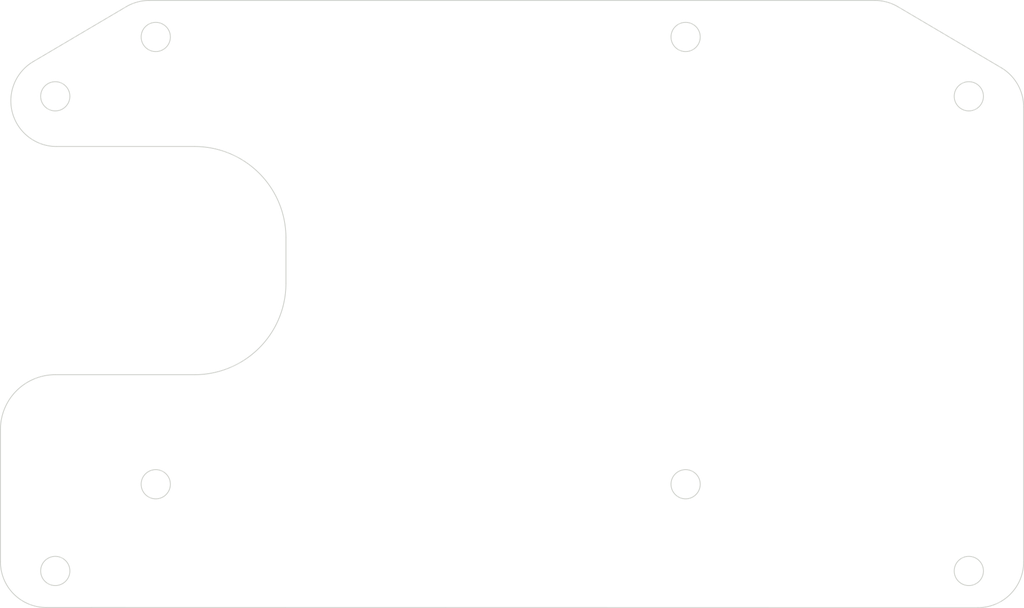
<source format=kicad_pcb>
(kicad_pcb
	(version 20240108)
	(generator "pcbnew")
	(generator_version "8.0")
	(general
		(thickness 1.6)
		(legacy_teardrops no)
	)
	(paper "A3")
	(layers
		(0 "F.Cu" signal)
		(31 "B.Cu" signal)
		(32 "B.Adhes" user "B.Adhesive")
		(33 "F.Adhes" user "F.Adhesive")
		(34 "B.Paste" user)
		(35 "F.Paste" user)
		(36 "B.SilkS" user "B.Silkscreen")
		(37 "F.SilkS" user "F.Silkscreen")
		(38 "B.Mask" user)
		(39 "F.Mask" user)
		(40 "Dwgs.User" user "User.Drawings")
		(41 "Cmts.User" user "User.Comments")
		(42 "Eco1.User" user "User.Eco1")
		(43 "Eco2.User" user "User.Eco2")
		(44 "Edge.Cuts" user)
		(45 "Margin" user)
		(46 "B.CrtYd" user "B.Courtyard")
		(47 "F.CrtYd" user "F.Courtyard")
		(48 "B.Fab" user)
		(49 "F.Fab" user)
		(50 "User.1" user)
		(51 "User.2" user)
		(52 "User.3" user)
		(53 "User.4" user)
		(54 "User.5" user)
		(55 "User.6" user)
		(56 "User.7" user)
		(57 "User.8" user)
		(58 "User.9" user)
	)
	(setup
		(stackup
			(layer "F.SilkS"
				(type "Top Silk Screen")
			)
			(layer "F.Paste"
				(type "Top Solder Paste")
			)
			(layer "F.Mask"
				(type "Top Solder Mask")
				(thickness 0.01)
			)
			(layer "F.Cu"
				(type "copper")
				(thickness 0.035)
			)
			(layer "dielectric 1"
				(type "core")
				(thickness 1.51)
				(material "FR4")
				(epsilon_r 4.5)
				(loss_tangent 0.02)
			)
			(layer "B.Cu"
				(type "copper")
				(thickness 0.035)
			)
			(layer "B.Mask"
				(type "Bottom Solder Mask")
				(thickness 0.01)
			)
			(layer "B.Paste"
				(type "Bottom Solder Paste")
			)
			(layer "B.SilkS"
				(type "Bottom Silk Screen")
			)
			(copper_finish "None")
			(dielectric_constraints no)
		)
		(pad_to_mask_clearance 0)
		(allow_soldermask_bridges_in_footprints no)
		(aux_axis_origin 150 150)
		(pcbplotparams
			(layerselection 0x00010fc_ffffffff)
			(plot_on_all_layers_selection 0x0000000_00000000)
			(disableapertmacros no)
			(usegerberextensions no)
			(usegerberattributes yes)
			(usegerberadvancedattributes yes)
			(creategerberjobfile yes)
			(dashed_line_dash_ratio 12.000000)
			(dashed_line_gap_ratio 3.000000)
			(svgprecision 6)
			(plotframeref no)
			(viasonmask no)
			(mode 1)
			(useauxorigin no)
			(hpglpennumber 1)
			(hpglpenspeed 20)
			(hpglpendiameter 15.000000)
			(pdf_front_fp_property_popups yes)
			(pdf_back_fp_property_popups yes)
			(dxfpolygonmode yes)
			(dxfimperialunits yes)
			(dxfusepcbnewfont yes)
			(psnegative no)
			(psa4output no)
			(plotreference yes)
			(plotvalue yes)
			(plotfptext yes)
			(plotinvisibletext no)
			(sketchpadsonfab no)
			(subtractmaskfromsilk no)
			(outputformat 1)
			(mirror no)
			(drillshape 0)
			(scaleselection 1)
			(outputdirectory "MFR/")
		)
	)
	(net 0 "")
	(gr_arc
		(start 106.24693 121.695317)
		(mid 107.472047 121.176961)
		(end 108.790489 121)
		(stroke
			(width 0.1)
			(type default)
		)
		(layer "Edge.Cuts")
		(uuid "0f3a8e4c-dcf1-437f-9797-10078d3692f0")
	)
	(gr_circle
		(center 109.5 125)
		(end 111.1 125)
		(stroke
			(width 0.1)
			(type default)
		)
		(fill none)
		(layer "Edge.Cuts")
		(uuid "2514a15a-6aaa-4e03-9c41-5add62fd75a2")
	)
	(gr_circle
		(center 198.500006 183.500001)
		(end 200.100006 183.500001)
		(stroke
			(width 0.1)
			(type default)
		)
		(fill none)
		(layer "Edge.Cuts")
		(uuid "258b634d-6fe0-4fe3-baef-f2052202d8a0")
	)
	(gr_circle
		(center 109.5 174)
		(end 111.1 174)
		(stroke
			(width 0.1)
			(type default)
		)
		(fill none)
		(layer "Edge.Cuts")
		(uuid "2bd27e89-266b-4018-96f2-3aeb1f371d8c")
	)
	(gr_arc
		(start 92.499762 168.000116)
		(mid 94.257122 163.757473)
		(end 98.499765 162.000113)
		(stroke
			(width 0.1)
			(type default)
		)
		(layer "Edge.Cuts")
		(uuid "2c3947bc-3a89-4a31-a13e-9596ba362588")
	)
	(gr_line
		(start 92.499762 168.000116)
		(end 92.499762 182.499997)
		(stroke
			(width 0.1)
			(type default)
		)
		(layer "Edge.Cuts")
		(uuid "32f51249-61f9-4438-aeac-7d9c9dcc5fe2")
	)
	(gr_arc
		(start 97.499763 187.499996)
		(mid 93.964229 186.035531)
		(end 92.499762 182.499997)
		(stroke
			(width 0.1)
			(type default)
		)
		(layer "Edge.Cuts")
		(uuid "33cf44ca-d022-4d5a-a72f-d2c75c1cc0c9")
	)
	(gr_line
		(start 202.043377 128.368016)
		(end 190.751344 121.69538)
		(stroke
			(width 0.1)
			(type default)
		)
		(layer "Edge.Cuts")
		(uuid "33e689b2-0e2e-4a48-b539-f3d095428c14")
	)
	(gr_circle
		(center 98.499513 183.499996)
		(end 100.099513 183.499996)
		(stroke
			(width 0.1)
			(type default)
		)
		(fill none)
		(layer "Edge.Cuts")
		(uuid "36c09e97-c8a8-4230-954b-4c6505f611ed")
	)
	(gr_arc
		(start 113.749878 137.000113)
		(mid 120.820948 139.929046)
		(end 123.749881 147.000116)
		(stroke
			(width 0.1)
			(type default)
		)
		(layer "Edge.Cuts")
		(uuid "47949f06-1efd-43e5-b644-be8025cd60e6")
	)
	(gr_line
		(start 204.499762 182.520116)
		(end 204.499762 132.650336)
		(stroke
			(width 0.1)
			(type default)
		)
		(layer "Edge.Cuts")
		(uuid "54095208-ce4c-4c28-9dc0-6b4a993d5505")
	)
	(gr_line
		(start 188.207716 121)
		(end 108.790489 121)
		(stroke
			(width 0.1)
			(type default)
		)
		(layer "Edge.Cuts")
		(uuid "6e19b41b-22e5-4a6e-833d-47a4a45ec562")
	)
	(gr_line
		(start 98.635999 137.000113)
		(end 113.749878 137.000113)
		(stroke
			(width 0.1)
			(type default)
		)
		(layer "Edge.Cuts")
		(uuid "743ccb70-7e36-4b88-b5af-9141bf200f2d")
	)
	(gr_line
		(start 113.749882 162.000113)
		(end 98.499765 162.000113)
		(stroke
			(width 0.1)
			(type default)
		)
		(layer "Edge.Cuts")
		(uuid "76448607-8088-4e69-adbf-54eae37c3819")
	)
	(gr_circle
		(center 198.500006 131.5)
		(end 200.100006 131.5)
		(stroke
			(width 0.1)
			(type default)
		)
		(fill none)
		(layer "Edge.Cuts")
		(uuid "790d71d7-6b7f-46e8-8e9b-d4a3fd658af5")
	)
	(gr_circle
		(center 167.5 174)
		(end 169.1 174)
		(stroke
			(width 0.1)
			(type default)
		)
		(fill none)
		(layer "Edge.Cuts")
		(uuid "9af07dcf-e535-472d-8b9e-7b802fef4fc0")
	)
	(gr_line
		(start 106.24693 121.695317)
		(end 96.092437 127.695431)
		(stroke
			(width 0.1)
			(type default)
		)
		(layer "Edge.Cuts")
		(uuid "9d1ccdd1-077d-4f8b-939a-177e07cc446e")
	)
	(gr_line
		(start 102.499513 187.499996)
		(end 199.498729 187.520114)
		(stroke
			(width 0.1)
			(type default)
		)
		(layer "Edge.Cuts")
		(uuid "9e6c13f3-24ac-4b9f-8d07-63ffd83777a7")
	)
	(gr_arc
		(start 202.043377 128.368016)
		(mid 203.836914 130.184886)
		(end 204.499762 132.650336)
		(stroke
			(width 0.1)
			(type default)
		)
		(layer "Edge.Cuts")
		(uuid "a8746b44-e52a-49f3-9fa7-3b001ec76316")
	)
	(gr_arc
		(start 98.635999 137.000113)
		(mid 93.81296 133.318557)
		(end 96.092437 127.695431)
		(stroke
			(width 0.1)
			(type default)
		)
		(layer "Edge.Cuts")
		(uuid "af280e80-bcaa-4cba-a08f-960a26d5f118")
	)
	(gr_circle
		(center 167.5 125)
		(end 169.1 125)
		(stroke
			(width 0.1)
			(type default)
		)
		(fill none)
		(layer "Edge.Cuts")
		(uuid "b74f6659-0cfc-49a0-b713-d2ce60b5095c")
	)
	(gr_circle
		(center 98.499517 131.499995)
		(end 100.099517 131.499995)
		(stroke
			(width 0.1)
			(type default)
		)
		(fill none)
		(layer "Edge.Cuts")
		(uuid "b9e25c6a-fee5-426c-a10f-943b5cff19a9")
	)
	(gr_line
		(start 123.749881 147.000116)
		(end 123.749881 152.000114)
		(stroke
			(width 0.1)
			(type default)
		)
		(layer "Edge.Cuts")
		(uuid "c1ee7fc4-1498-4083-b265-6695244d020a")
	)
	(gr_line
		(start 97.499763 187.499996)
		(end 102.499513 187.499996)
		(stroke
			(width 0.1)
			(type default)
		)
		(layer "Edge.Cuts")
		(uuid "cdc675a7-45f5-47fa-ba23-fad8fc7b6ea6")
	)
	(gr_arc
		(start 204.499762 182.520116)
		(mid 203.03493 186.056014)
		(end 199.498729 187.520114)
		(stroke
			(width 0.1)
			(type default)
		)
		(layer "Edge.Cuts")
		(uuid "e5c7fb45-704b-44dd-b9e5-5f35a117eaa4")
	)
	(gr_arc
		(start 188.207716 121)
		(mid 189.526197 121.176982)
		(end 190.751344 121.69538)
		(stroke
			(width 0.1)
			(type default)
		)
		(layer "Edge.Cuts")
		(uuid "f3962896-1c03-48b5-8b57-08ea5e3722ff")
	)
	(gr_arc
		(start 123.749881 152.000114)
		(mid 120.820949 159.071181)
		(end 113.749882 162.000113)
		(stroke
			(width 0.1)
			(type default)
		)
		(layer "Edge.Cuts")
		(uuid "fd762a56-bb40-42a5-9989-75bfbb33f553")
	)
	(group ""
		(uuid "f95c92ce-14bf-43fc-9c4b-f98ede428130")
		(members "0f3a8e4c-dcf1-437f-9797-10078d3692f0" "2514a15a-6aaa-4e03-9c41-5add62fd75a2"
			"258b634d-6fe0-4fe3-baef-f2052202d8a0" "2bd27e89-266b-4018-96f2-3aeb1f371d8c"
			"2c3947bc-3a89-4a31-a13e-9596ba362588" "32f51249-61f9-4438-aeac-7d9c9dcc5fe2"
			"33cf44ca-d022-4d5a-a72f-d2c75c1cc0c9" "33e689b2-0e2e-4a48-b539-f3d095428c14"
			"36c09e97-c8a8-4230-954b-4c6505f611ed" "47949f06-1efd-43e5-b644-be8025cd60e6"
			"54095208-ce4c-4c28-9dc0-6b4a993d5505" "6e19b41b-22e5-4a6e-833d-47a4a45ec562"
			"743ccb70-7e36-4b88-b5af-9141bf200f2d" "76448607-8088-4e69-adbf-54eae37c3819"
			"790d71d7-6b7f-46e8-8e9b-d4a3fd658af5" "9af07dcf-e535-472d-8b9e-7b802fef4fc0"
			"9d1ccdd1-077d-4f8b-939a-177e07cc446e" "9e6c13f3-24ac-4b9f-8d07-63ffd83777a7"
			"a8746b44-e52a-49f3-9fa7-3b001ec76316" "af280e80-bcaa-4cba-a08f-960a26d5f118"
			"b74f6659-0cfc-49a0-b713-d2ce60b5095c" "b9e25c6a-fee5-426c-a10f-943b5cff19a9"
			"c1ee7fc4-1498-4083-b265-6695244d020a" "cdc675a7-45f5-47fa-ba23-fad8fc7b6ea6"
			"e5c7fb45-704b-44dd-b9e5-5f35a117eaa4" "f3962896-1c03-48b5-8b57-08ea5e3722ff"
			"fd762a56-bb40-42a5-9989-75bfbb33f553"
		)
	)
)

</source>
